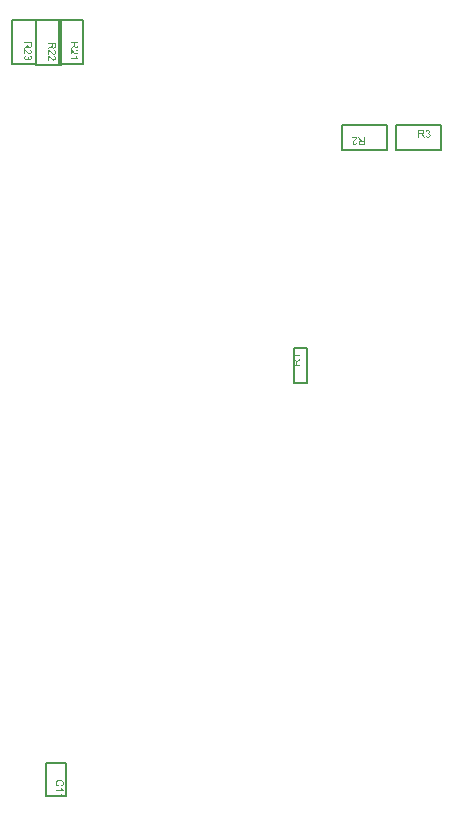
<source format=gbr>
%TF.GenerationSoftware,Altium Limited,Altium Designer,23.6.0 (18)*%
G04 Layer_Color=16711935*
%FSLAX45Y45*%
%MOMM*%
%TF.SameCoordinates,8B2A78E3-6762-467B-82E4-ABAB87B9FA14*%
%TF.FilePolarity,Positive*%
%TF.FileFunction,Other,Top_Assembly*%
%TF.Part,Single*%
G01*
G75*
%TA.AperFunction,NonConductor*%
%ADD70C,0.20000*%
G36*
X6748209Y14475273D02*
X6749411Y14475089D01*
X6750890Y14474809D01*
X6752555Y14474348D01*
X6754219Y14473793D01*
X6755883Y14473055D01*
X6755976D01*
X6756068Y14472961D01*
X6756623Y14472684D01*
X6757455Y14472128D01*
X6758379Y14471481D01*
X6759489Y14470557D01*
X6760598Y14469540D01*
X6761708Y14468338D01*
X6762632Y14466953D01*
X6762725Y14466766D01*
X6763002Y14466304D01*
X6763372Y14465472D01*
X6763834Y14464455D01*
X6764297Y14463252D01*
X6764666Y14461867D01*
X6764944Y14460295D01*
X6765036Y14458723D01*
Y14458537D01*
Y14457983D01*
X6764944Y14457243D01*
X6764759Y14456227D01*
X6764482Y14455025D01*
X6764019Y14453729D01*
X6763465Y14452435D01*
X6762725Y14451141D01*
X6762632Y14450957D01*
X6762355Y14450587D01*
X6761800Y14449940D01*
X6761061Y14449200D01*
X6760136Y14448367D01*
X6759027Y14447443D01*
X6757732Y14446611D01*
X6756160Y14445779D01*
X6756253D01*
X6756438Y14445686D01*
X6756715Y14445593D01*
X6757085Y14445502D01*
X6758102Y14445132D01*
X6759396Y14444577D01*
X6760876Y14443839D01*
X6762355Y14442912D01*
X6763742Y14441711D01*
X6765036Y14440324D01*
X6765129Y14440138D01*
X6765499Y14439584D01*
X6766053Y14438660D01*
X6766608Y14437457D01*
X6767163Y14435979D01*
X6767717Y14434222D01*
X6768087Y14432188D01*
X6768180Y14429968D01*
Y14429877D01*
Y14429599D01*
Y14429137D01*
X6768087Y14428581D01*
X6767995Y14427843D01*
X6767810Y14427011D01*
X6767625Y14426086D01*
X6767440Y14425069D01*
X6766700Y14422850D01*
X6766146Y14421648D01*
X6765591Y14420538D01*
X6764851Y14419337D01*
X6764019Y14418135D01*
X6763095Y14416933D01*
X6761985Y14415823D01*
X6761893Y14415730D01*
X6761708Y14415546D01*
X6761338Y14415269D01*
X6760876Y14414899D01*
X6760321Y14414436D01*
X6759581Y14413974D01*
X6758749Y14413419D01*
X6757732Y14412956D01*
X6756715Y14412402D01*
X6755513Y14411848D01*
X6754311Y14411385D01*
X6752925Y14410922D01*
X6751445Y14410553D01*
X6749873Y14410275D01*
X6748302Y14410091D01*
X6746545Y14409999D01*
X6745713D01*
X6745158Y14410091D01*
X6744419Y14410184D01*
X6743586Y14410275D01*
X6742662Y14410461D01*
X6741645Y14410646D01*
X6739426Y14411201D01*
X6737115Y14412125D01*
X6735913Y14412680D01*
X6734803Y14413327D01*
X6733694Y14414159D01*
X6732584Y14414992D01*
X6732492Y14415083D01*
X6732307Y14415269D01*
X6732029Y14415546D01*
X6731752Y14415916D01*
X6731290Y14416377D01*
X6730828Y14417026D01*
X6730273Y14417673D01*
X6729718Y14418504D01*
X6729163Y14419429D01*
X6728609Y14420354D01*
X6727592Y14422572D01*
X6726759Y14425162D01*
X6726482Y14426547D01*
X6726297Y14428027D01*
X6734156Y14429045D01*
Y14428952D01*
X6734248Y14428767D01*
X6734341Y14428397D01*
X6734433Y14427934D01*
X6734526Y14427380D01*
X6734711Y14426733D01*
X6735173Y14425346D01*
X6735820Y14423682D01*
X6736652Y14422110D01*
X6737577Y14420631D01*
X6738686Y14419337D01*
X6738871Y14419244D01*
X6739241Y14418874D01*
X6739981Y14418411D01*
X6740905Y14417950D01*
X6742015Y14417395D01*
X6743402Y14416933D01*
X6744973Y14416563D01*
X6746638Y14416470D01*
X6747192D01*
X6747562Y14416563D01*
X6748579Y14416655D01*
X6749873Y14416933D01*
X6751353Y14417395D01*
X6752925Y14418042D01*
X6754496Y14418967D01*
X6755976Y14420261D01*
X6756160Y14420445D01*
X6756623Y14421001D01*
X6757177Y14421832D01*
X6757917Y14422942D01*
X6758657Y14424329D01*
X6759212Y14425900D01*
X6759674Y14427750D01*
X6759859Y14429784D01*
Y14429877D01*
Y14430061D01*
Y14430339D01*
X6759766Y14430708D01*
X6759674Y14431726D01*
X6759396Y14432928D01*
X6759027Y14434407D01*
X6758379Y14435886D01*
X6757455Y14437366D01*
X6756253Y14438753D01*
X6756068Y14438937D01*
X6755606Y14439307D01*
X6754866Y14439862D01*
X6753849Y14440509D01*
X6752555Y14441156D01*
X6750983Y14441711D01*
X6749226Y14442081D01*
X6747285Y14442265D01*
X6746453D01*
X6745805Y14442172D01*
X6744973Y14442081D01*
X6744049Y14441896D01*
X6742939Y14441711D01*
X6741737Y14441434D01*
X6742662Y14448367D01*
X6743124D01*
X6743494Y14448276D01*
X6744696D01*
X6745713Y14448460D01*
X6746915Y14448645D01*
X6748302Y14448923D01*
X6749873Y14449385D01*
X6751353Y14450032D01*
X6752925Y14450864D01*
X6753017D01*
X6753109Y14450957D01*
X6753572Y14451326D01*
X6754219Y14451974D01*
X6754959Y14452806D01*
X6755698Y14454008D01*
X6756345Y14455396D01*
X6756808Y14456966D01*
X6756993Y14457890D01*
Y14458908D01*
Y14459000D01*
Y14459093D01*
Y14459647D01*
X6756808Y14460387D01*
X6756623Y14461404D01*
X6756253Y14462514D01*
X6755791Y14463716D01*
X6755051Y14464917D01*
X6754034Y14466026D01*
X6753942Y14466119D01*
X6753479Y14466489D01*
X6752832Y14466953D01*
X6752000Y14467506D01*
X6750890Y14467969D01*
X6749596Y14468431D01*
X6748117Y14468800D01*
X6746453Y14468893D01*
X6745713D01*
X6744881Y14468707D01*
X6743771Y14468523D01*
X6742569Y14468153D01*
X6741368Y14467691D01*
X6740073Y14466953D01*
X6738871Y14466026D01*
X6738779Y14465935D01*
X6738409Y14465472D01*
X6737854Y14464825D01*
X6737207Y14463901D01*
X6736560Y14462698D01*
X6735913Y14461218D01*
X6735358Y14459464D01*
X6734988Y14457430D01*
X6727129Y14458815D01*
Y14458908D01*
X6727222Y14459184D01*
X6727314Y14459555D01*
X6727407Y14460110D01*
X6727592Y14460757D01*
X6727869Y14461497D01*
X6728424Y14463252D01*
X6729348Y14465286D01*
X6730458Y14467320D01*
X6731845Y14469263D01*
X6733601Y14471021D01*
X6733694Y14471112D01*
X6733879Y14471204D01*
X6734156Y14471388D01*
X6734526Y14471667D01*
X6734988Y14472037D01*
X6735635Y14472406D01*
X6736282Y14472775D01*
X6737115Y14473239D01*
X6738964Y14473978D01*
X6741090Y14474718D01*
X6743586Y14475180D01*
X6744881Y14475365D01*
X6747192D01*
X6748209Y14475273D01*
D02*
G37*
G36*
X6695417Y14474995D02*
X6696249D01*
X6698191Y14474902D01*
X6700225Y14474625D01*
X6702444Y14474348D01*
X6704478Y14473886D01*
X6705495Y14473608D01*
X6706327Y14473331D01*
X6706419D01*
X6706512Y14473239D01*
X6707066Y14472961D01*
X6707898Y14472591D01*
X6708915Y14471944D01*
X6710025Y14471112D01*
X6711227Y14470003D01*
X6712336Y14468707D01*
X6713446Y14467229D01*
Y14467136D01*
X6713538Y14467044D01*
X6713908Y14466489D01*
X6714278Y14465565D01*
X6714833Y14464363D01*
X6715295Y14462976D01*
X6715757Y14461311D01*
X6716035Y14459555D01*
X6716127Y14457613D01*
Y14457521D01*
Y14457336D01*
Y14456966D01*
X6716035Y14456503D01*
Y14455856D01*
X6715942Y14455209D01*
X6715572Y14453638D01*
X6715018Y14451788D01*
X6714278Y14449847D01*
X6713168Y14447906D01*
X6712429Y14446980D01*
X6711689Y14446056D01*
X6711597Y14445964D01*
X6711504Y14445872D01*
X6711227Y14445593D01*
X6710857Y14445317D01*
X6710395Y14444946D01*
X6709840Y14444577D01*
X6709100Y14444115D01*
X6708361Y14443559D01*
X6707436Y14443098D01*
X6706419Y14442636D01*
X6705310Y14442081D01*
X6704108Y14441618D01*
X6702721Y14441249D01*
X6701334Y14440787D01*
X6699762Y14440509D01*
X6698098Y14440231D01*
X6698283Y14440138D01*
X6698653Y14439954D01*
X6699208Y14439584D01*
X6699947Y14439215D01*
X6701611Y14438197D01*
X6702444Y14437550D01*
X6703183Y14436996D01*
X6703368Y14436810D01*
X6703830Y14436349D01*
X6704570Y14435609D01*
X6705495Y14434685D01*
X6706512Y14433389D01*
X6707714Y14432002D01*
X6708915Y14430339D01*
X6710210Y14428490D01*
X6721212Y14411108D01*
X6710672D01*
X6702259Y14424422D01*
Y14424513D01*
X6702074Y14424699D01*
X6701889Y14424976D01*
X6701611Y14425346D01*
X6700964Y14426363D01*
X6700132Y14427658D01*
X6699115Y14429045D01*
X6698098Y14430524D01*
X6697081Y14431911D01*
X6696157Y14433205D01*
X6696064Y14433298D01*
X6695787Y14433667D01*
X6695324Y14434222D01*
X6694677Y14434869D01*
X6693290Y14436256D01*
X6692551Y14436903D01*
X6691811Y14437457D01*
X6691719Y14437550D01*
X6691534Y14437643D01*
X6691164Y14437828D01*
X6690609Y14438104D01*
X6690054Y14438383D01*
X6689407Y14438660D01*
X6687928Y14439122D01*
X6687835D01*
X6687651Y14439215D01*
X6687281D01*
X6686818Y14439307D01*
X6686171Y14439400D01*
X6685432D01*
X6684415Y14439491D01*
X6673505D01*
Y14411108D01*
X6664999D01*
Y14475089D01*
X6694677D01*
X6695417Y14474995D01*
D02*
G37*
G36*
X6210001Y14348521D02*
X6180322D01*
X6179583Y14348615D01*
X6178751D01*
X6176809Y14348708D01*
X6174775Y14348984D01*
X6172556Y14349261D01*
X6170522Y14349724D01*
X6169505Y14350002D01*
X6168673Y14350278D01*
X6168580D01*
X6168488Y14350371D01*
X6167933Y14350648D01*
X6167101Y14351018D01*
X6166084Y14351665D01*
X6164975Y14352496D01*
X6163773Y14353607D01*
X6162663Y14354901D01*
X6161554Y14356380D01*
Y14356473D01*
X6161461Y14356564D01*
X6161092Y14357120D01*
X6160722Y14358044D01*
X6160167Y14359247D01*
X6159705Y14360632D01*
X6159242Y14362299D01*
X6158965Y14364053D01*
X6158873Y14365996D01*
Y14366087D01*
Y14366273D01*
Y14366643D01*
X6158965Y14367105D01*
Y14367754D01*
X6159058Y14368401D01*
X6159427Y14369972D01*
X6159982Y14371822D01*
X6160722Y14373763D01*
X6161831Y14375703D01*
X6162571Y14376628D01*
X6163311Y14377553D01*
X6163403Y14377644D01*
X6163495Y14377737D01*
X6163773Y14378015D01*
X6164143Y14378293D01*
X6164605Y14378662D01*
X6165160Y14379031D01*
X6165899Y14379494D01*
X6166639Y14380049D01*
X6167563Y14380511D01*
X6168580Y14380974D01*
X6169690Y14381529D01*
X6170892Y14381992D01*
X6172279Y14382361D01*
X6173666Y14382823D01*
X6175237Y14383099D01*
X6176902Y14383379D01*
X6176717Y14383470D01*
X6176347Y14383655D01*
X6175792Y14384026D01*
X6175052Y14384395D01*
X6173388Y14385413D01*
X6172556Y14386060D01*
X6171816Y14386613D01*
X6171632Y14386800D01*
X6171169Y14387260D01*
X6170430Y14388000D01*
X6169505Y14388925D01*
X6168488Y14390219D01*
X6167286Y14391606D01*
X6166084Y14393269D01*
X6164790Y14395120D01*
X6153788Y14412502D01*
X6164328D01*
X6172741Y14399188D01*
Y14399095D01*
X6172926Y14398911D01*
X6173111Y14398633D01*
X6173388Y14398264D01*
X6174035Y14397246D01*
X6174868Y14395952D01*
X6175885Y14394565D01*
X6176902Y14393086D01*
X6177919Y14391699D01*
X6178843Y14390404D01*
X6178936Y14390312D01*
X6179213Y14389941D01*
X6179675Y14389388D01*
X6180322Y14388741D01*
X6181709Y14387354D01*
X6182449Y14386707D01*
X6183189Y14386151D01*
X6183281Y14386060D01*
X6183466Y14385966D01*
X6183836Y14385780D01*
X6184390Y14385504D01*
X6184945Y14385226D01*
X6185592Y14384949D01*
X6187072Y14384486D01*
X6187164D01*
X6187349Y14384395D01*
X6187719D01*
X6188181Y14384302D01*
X6188828Y14384210D01*
X6189568D01*
X6190585Y14384117D01*
X6201495D01*
Y14412502D01*
X6210001D01*
Y14348521D01*
D02*
G37*
G36*
X6149904Y14412408D02*
Y14412039D01*
Y14411484D01*
X6149812Y14410745D01*
X6149719Y14409914D01*
X6149535Y14408987D01*
X6149350Y14408063D01*
X6148980Y14407047D01*
Y14406953D01*
X6148887Y14406860D01*
X6148702Y14406306D01*
X6148333Y14405475D01*
X6147778Y14404366D01*
X6147038Y14403072D01*
X6146114Y14401591D01*
X6145097Y14400111D01*
X6143802Y14398540D01*
Y14398448D01*
X6143617Y14398357D01*
X6143155Y14397801D01*
X6142323Y14396970D01*
X6141121Y14395767D01*
X6139734Y14394380D01*
X6137978Y14392715D01*
X6135851Y14390868D01*
X6133540Y14388925D01*
X6133447Y14388834D01*
X6133077Y14388554D01*
X6132523Y14388094D01*
X6131875Y14387538D01*
X6131043Y14386800D01*
X6130026Y14385966D01*
X6129009Y14385042D01*
X6127807Y14384026D01*
X6125496Y14381805D01*
X6123185Y14379587D01*
X6122075Y14378477D01*
X6121058Y14377368D01*
X6120134Y14376350D01*
X6119394Y14375334D01*
Y14375243D01*
X6119209Y14375150D01*
X6119024Y14374872D01*
X6118839Y14374503D01*
X6118192Y14373485D01*
X6117452Y14372282D01*
X6116805Y14370804D01*
X6116158Y14369232D01*
X6115788Y14367474D01*
X6115603Y14365811D01*
Y14365720D01*
Y14365627D01*
X6115696Y14365071D01*
X6115788Y14364146D01*
X6116065Y14363130D01*
X6116435Y14361835D01*
X6117083Y14360541D01*
X6117915Y14359247D01*
X6119024Y14357951D01*
X6119209Y14357767D01*
X6119671Y14357397D01*
X6120318Y14356935D01*
X6121335Y14356288D01*
X6122630Y14355733D01*
X6124109Y14355179D01*
X6125866Y14354810D01*
X6127807Y14354716D01*
X6128362D01*
X6128732Y14354810D01*
X6129841Y14354901D01*
X6131136Y14355179D01*
X6132523Y14355548D01*
X6134094Y14356197D01*
X6135574Y14357028D01*
X6136961Y14358138D01*
X6137145Y14358322D01*
X6137515Y14358784D01*
X6138070Y14359525D01*
X6138625Y14360632D01*
X6139272Y14361928D01*
X6139827Y14363593D01*
X6140197Y14365440D01*
X6140381Y14367567D01*
X6148425Y14366736D01*
Y14366643D01*
X6148333Y14366367D01*
Y14365903D01*
X6148240Y14365256D01*
X6148055Y14364517D01*
X6147870Y14363686D01*
X6147593Y14362666D01*
X6147316Y14361650D01*
X6146576Y14359431D01*
X6145467Y14357213D01*
X6144819Y14356104D01*
X6143987Y14354994D01*
X6143155Y14353976D01*
X6142231Y14353052D01*
X6142138Y14352960D01*
X6141953Y14352867D01*
X6141676Y14352589D01*
X6141214Y14352312D01*
X6140659Y14351942D01*
X6140012Y14351573D01*
X6139272Y14351109D01*
X6138347Y14350648D01*
X6137330Y14350186D01*
X6136221Y14349724D01*
X6135019Y14349355D01*
X6133725Y14348984D01*
X6132338Y14348708D01*
X6130858Y14348428D01*
X6129287Y14348337D01*
X6127622Y14348244D01*
X6126698D01*
X6126051Y14348337D01*
X6125311Y14348428D01*
X6124387Y14348521D01*
X6123370Y14348708D01*
X6122353Y14348892D01*
X6119949Y14349539D01*
X6117545Y14350462D01*
X6116343Y14351018D01*
X6115141Y14351665D01*
X6114031Y14352496D01*
X6113014Y14353423D01*
X6112922Y14353514D01*
X6112737Y14353607D01*
X6112552Y14353976D01*
X6112182Y14354346D01*
X6111720Y14354810D01*
X6111258Y14355457D01*
X6110795Y14356104D01*
X6110241Y14356935D01*
X6109316Y14358691D01*
X6108392Y14360912D01*
X6108022Y14362019D01*
X6107837Y14363315D01*
X6107652Y14364609D01*
X6107560Y14365996D01*
Y14366180D01*
Y14366643D01*
X6107652Y14367383D01*
X6107744Y14368401D01*
X6107929Y14369508D01*
X6108299Y14370804D01*
X6108669Y14372189D01*
X6109224Y14373576D01*
X6109316Y14373763D01*
X6109501Y14374223D01*
X6109871Y14374963D01*
X6110426Y14375981D01*
X6111165Y14377090D01*
X6112090Y14378477D01*
X6113199Y14379865D01*
X6114494Y14381436D01*
X6114679Y14381621D01*
X6115141Y14382176D01*
X6115603Y14382639D01*
X6116065Y14383099D01*
X6116620Y14383655D01*
X6117360Y14384395D01*
X6118100Y14385133D01*
X6119024Y14385966D01*
X6119949Y14386891D01*
X6121058Y14387907D01*
X6122260Y14388925D01*
X6123554Y14390128D01*
X6125034Y14391328D01*
X6126513Y14392622D01*
X6126605Y14392715D01*
X6126790Y14392902D01*
X6127160Y14393178D01*
X6127622Y14393549D01*
X6128177Y14394102D01*
X6128824Y14394656D01*
X6130304Y14395859D01*
X6131875Y14397246D01*
X6133355Y14398633D01*
X6134649Y14399835D01*
X6135204Y14400298D01*
X6135666Y14400758D01*
X6135759Y14400851D01*
X6136036Y14401129D01*
X6136406Y14401498D01*
X6136868Y14402054D01*
X6137330Y14402701D01*
X6137885Y14403348D01*
X6138995Y14404919D01*
X6107467D01*
Y14412502D01*
X6149904D01*
Y14412408D01*
D02*
G37*
G36*
X3786478Y15187823D02*
X3786386Y15187083D01*
Y15186250D01*
X3786293Y15184309D01*
X3786016Y15182275D01*
X3785738Y15180057D01*
X3785276Y15178021D01*
X3784999Y15177005D01*
X3784721Y15176173D01*
Y15176080D01*
X3784629Y15175987D01*
X3784352Y15175433D01*
X3783982Y15174602D01*
X3783335Y15173584D01*
X3782502Y15172475D01*
X3781393Y15171272D01*
X3780099Y15170163D01*
X3778619Y15169054D01*
X3778527D01*
X3778434Y15168962D01*
X3777880Y15168591D01*
X3776955Y15168222D01*
X3775753Y15167667D01*
X3774366Y15167204D01*
X3772702Y15166743D01*
X3770945Y15166466D01*
X3769004Y15166373D01*
X3768911D01*
X3768727D01*
X3768357D01*
X3767894Y15166466D01*
X3767247D01*
X3766600Y15166557D01*
X3765028Y15166928D01*
X3763179Y15167482D01*
X3761238Y15168222D01*
X3759296Y15169331D01*
X3758371Y15170071D01*
X3757447Y15170811D01*
X3757354Y15170903D01*
X3757262Y15170996D01*
X3756985Y15171272D01*
X3756707Y15171643D01*
X3756337Y15172105D01*
X3755968Y15172659D01*
X3755505Y15173399D01*
X3754951Y15174139D01*
X3754488Y15175064D01*
X3754026Y15176080D01*
X3753471Y15177190D01*
X3753009Y15178392D01*
X3752639Y15179779D01*
X3752177Y15181166D01*
X3751900Y15182738D01*
X3751622Y15184402D01*
X3751530Y15184216D01*
X3751345Y15183847D01*
X3750975Y15183292D01*
X3750605Y15182553D01*
X3749588Y15180888D01*
X3748941Y15180057D01*
X3748386Y15179317D01*
X3748201Y15179132D01*
X3747739Y15178670D01*
X3746999Y15177930D01*
X3746075Y15177005D01*
X3744780Y15175987D01*
X3743394Y15174786D01*
X3741729Y15173584D01*
X3739880Y15172290D01*
X3722499Y15161288D01*
Y15171828D01*
X3735812Y15180241D01*
X3735905D01*
X3736090Y15180426D01*
X3736367Y15180611D01*
X3736737Y15180888D01*
X3737754Y15181535D01*
X3739048Y15182368D01*
X3740435Y15183385D01*
X3741914Y15184402D01*
X3743301Y15185419D01*
X3744596Y15186343D01*
X3744688Y15186436D01*
X3745058Y15186713D01*
X3745613Y15187175D01*
X3746260Y15187823D01*
X3747647Y15189209D01*
X3748294Y15189949D01*
X3748848Y15190689D01*
X3748941Y15190781D01*
X3749033Y15190965D01*
X3749218Y15191336D01*
X3749496Y15191891D01*
X3749773Y15192445D01*
X3750050Y15193092D01*
X3750513Y15194572D01*
Y15194664D01*
X3750605Y15194849D01*
Y15195219D01*
X3750698Y15195682D01*
X3750790Y15196329D01*
Y15197067D01*
X3750883Y15198085D01*
Y15208995D01*
X3722499D01*
Y15217500D01*
X3786478D01*
Y15187823D01*
D02*
G37*
G36*
X3724255Y15157312D02*
X3725087Y15157220D01*
X3726012Y15157034D01*
X3726936Y15156850D01*
X3727953Y15156480D01*
X3728046D01*
X3728138Y15156387D01*
X3728693Y15156203D01*
X3729525Y15155833D01*
X3730635Y15155278D01*
X3731929Y15154538D01*
X3733408Y15153613D01*
X3734888Y15152597D01*
X3736459Y15151302D01*
X3736552D01*
X3736644Y15151118D01*
X3737199Y15150655D01*
X3738031Y15149823D01*
X3739233Y15148621D01*
X3740620Y15147234D01*
X3742284Y15145477D01*
X3744133Y15143352D01*
X3746075Y15141040D01*
X3746167Y15140947D01*
X3746445Y15140578D01*
X3746907Y15140022D01*
X3747462Y15139375D01*
X3748201Y15138544D01*
X3749033Y15137526D01*
X3749958Y15136510D01*
X3750975Y15135307D01*
X3753194Y15132996D01*
X3755413Y15130685D01*
X3756522Y15129575D01*
X3757632Y15128558D01*
X3758649Y15127634D01*
X3759666Y15126894D01*
X3759758D01*
X3759851Y15126709D01*
X3760128Y15126524D01*
X3760498Y15126340D01*
X3761515Y15125693D01*
X3762717Y15124953D01*
X3764196Y15124306D01*
X3765768Y15123659D01*
X3767525Y15123288D01*
X3769189Y15123103D01*
X3769281D01*
X3769374D01*
X3769928Y15123196D01*
X3770853Y15123288D01*
X3771870Y15123566D01*
X3773164Y15123935D01*
X3774459Y15124583D01*
X3775753Y15125415D01*
X3777048Y15126524D01*
X3777232Y15126709D01*
X3777602Y15127171D01*
X3778065Y15127818D01*
X3778712Y15128836D01*
X3779267Y15130130D01*
X3779821Y15131609D01*
X3780191Y15133366D01*
X3780284Y15135307D01*
Y15135863D01*
X3780191Y15136232D01*
X3780099Y15137341D01*
X3779821Y15138635D01*
X3779451Y15140022D01*
X3778804Y15141595D01*
X3777972Y15143074D01*
X3776863Y15144461D01*
X3776678Y15144646D01*
X3776215Y15145015D01*
X3775476Y15145570D01*
X3774366Y15146124D01*
X3773072Y15146771D01*
X3771408Y15147327D01*
X3769559Y15147697D01*
X3767432Y15147882D01*
X3768264Y15155925D01*
X3768357D01*
X3768634Y15155833D01*
X3769096D01*
X3769744Y15155740D01*
X3770483Y15155556D01*
X3771315Y15155371D01*
X3772332Y15155093D01*
X3773349Y15154816D01*
X3775568Y15154076D01*
X3777787Y15152966D01*
X3778897Y15152319D01*
X3780006Y15151488D01*
X3781023Y15150655D01*
X3781948Y15149731D01*
X3782040Y15149638D01*
X3782133Y15149454D01*
X3782410Y15149176D01*
X3782687Y15148714D01*
X3783057Y15148158D01*
X3783427Y15147511D01*
X3783889Y15146771D01*
X3784352Y15145848D01*
X3784814Y15144830D01*
X3785276Y15143721D01*
X3785646Y15142519D01*
X3786016Y15141225D01*
X3786293Y15139838D01*
X3786571Y15138359D01*
X3786663Y15136787D01*
X3786755Y15135123D01*
Y15134198D01*
X3786663Y15133551D01*
X3786571Y15132811D01*
X3786478Y15131886D01*
X3786293Y15130870D01*
X3786108Y15129852D01*
X3785461Y15127449D01*
X3784536Y15125044D01*
X3783982Y15123843D01*
X3783335Y15122641D01*
X3782502Y15121532D01*
X3781578Y15120515D01*
X3781485Y15120422D01*
X3781393Y15120238D01*
X3781023Y15120052D01*
X3780653Y15119682D01*
X3780191Y15119220D01*
X3779544Y15118758D01*
X3778897Y15118295D01*
X3778065Y15117741D01*
X3776308Y15116817D01*
X3774089Y15115892D01*
X3772980Y15115521D01*
X3771685Y15115337D01*
X3770391Y15115152D01*
X3769004Y15115060D01*
X3768819D01*
X3768357D01*
X3767617Y15115152D01*
X3766600Y15115245D01*
X3765491Y15115430D01*
X3764196Y15115799D01*
X3762809Y15116170D01*
X3761422Y15116724D01*
X3761238Y15116817D01*
X3760775Y15117001D01*
X3760036Y15117371D01*
X3759019Y15117926D01*
X3757909Y15118665D01*
X3756522Y15119591D01*
X3755135Y15120700D01*
X3753564Y15121994D01*
X3753379Y15122179D01*
X3752824Y15122641D01*
X3752362Y15123103D01*
X3751900Y15123566D01*
X3751345Y15124120D01*
X3750605Y15124860D01*
X3749865Y15125600D01*
X3749033Y15126524D01*
X3748109Y15127449D01*
X3747092Y15128558D01*
X3746075Y15129761D01*
X3744873Y15131055D01*
X3743671Y15132533D01*
X3742377Y15134013D01*
X3742284Y15134106D01*
X3742099Y15134291D01*
X3741822Y15134660D01*
X3741452Y15135123D01*
X3740897Y15135677D01*
X3740343Y15136325D01*
X3739141Y15137804D01*
X3737754Y15139375D01*
X3736367Y15140855D01*
X3735165Y15142149D01*
X3734703Y15142703D01*
X3734240Y15143166D01*
X3734148Y15143259D01*
X3733871Y15143536D01*
X3733501Y15143906D01*
X3732946Y15144368D01*
X3732299Y15144830D01*
X3731652Y15145386D01*
X3730080Y15146495D01*
Y15114967D01*
X3722499D01*
Y15157405D01*
X3722591D01*
X3722961D01*
X3723516D01*
X3724255Y15157312D01*
D02*
G37*
G36*
X3770668Y15100452D02*
X3770853Y15100267D01*
X3770945Y15099896D01*
X3771223Y15099435D01*
X3771500Y15098880D01*
X3771870Y15098233D01*
X3772795Y15096661D01*
X3773812Y15094812D01*
X3775106Y15092963D01*
X3776585Y15091022D01*
X3778157Y15089079D01*
X3778249Y15088988D01*
X3778342Y15088895D01*
X3778619Y15088617D01*
X3778897Y15088248D01*
X3779821Y15087415D01*
X3780931Y15086307D01*
X3782225Y15085196D01*
X3783704Y15083994D01*
X3785184Y15082977D01*
X3786755Y15082053D01*
Y15076968D01*
X3722499D01*
Y15084827D01*
X3772517D01*
X3772425Y15084920D01*
X3772055Y15085381D01*
X3771500Y15085936D01*
X3770853Y15086861D01*
X3770021Y15087878D01*
X3769096Y15089172D01*
X3768079Y15090651D01*
X3767062Y15092316D01*
Y15092409D01*
X3766970Y15092500D01*
X3766600Y15093056D01*
X3766138Y15093980D01*
X3765583Y15095090D01*
X3764936Y15096384D01*
X3764289Y15097771D01*
X3763641Y15099158D01*
X3763087Y15100545D01*
X3770668D01*
Y15100452D01*
D02*
G37*
G36*
X5665301Y12562432D02*
X5615282D01*
X5615375Y12562339D01*
X5615745Y12561877D01*
X5616299Y12561322D01*
X5616947Y12560398D01*
X5617779Y12559381D01*
X5618703Y12558086D01*
X5619720Y12556607D01*
X5620737Y12554943D01*
Y12554850D01*
X5620830Y12554758D01*
X5621200Y12554203D01*
X5621662Y12553278D01*
X5622217Y12552169D01*
X5622864Y12550875D01*
X5623511Y12549488D01*
X5624158Y12548101D01*
X5624713Y12546714D01*
X5617132D01*
Y12546807D01*
X5616947Y12546991D01*
X5616854Y12547361D01*
X5616577Y12547824D01*
X5616299Y12548378D01*
X5615930Y12549025D01*
X5615005Y12550597D01*
X5613988Y12552446D01*
X5612694Y12554295D01*
X5611214Y12556237D01*
X5609643Y12558179D01*
X5609550Y12558271D01*
X5609458Y12558364D01*
X5609180Y12558641D01*
X5608903Y12559011D01*
X5607978Y12559843D01*
X5606869Y12560952D01*
X5605575Y12562062D01*
X5604095Y12563264D01*
X5602616Y12564281D01*
X5601044Y12565205D01*
Y12570290D01*
X5665301D01*
Y12562432D01*
D02*
G37*
G36*
Y12525172D02*
X5651987Y12516758D01*
X5651895D01*
X5651710Y12516573D01*
X5651433Y12516388D01*
X5651063Y12516111D01*
X5650046Y12515464D01*
X5648751Y12514632D01*
X5647365Y12513615D01*
X5645885Y12512598D01*
X5644498Y12511581D01*
X5643204Y12510656D01*
X5643112Y12510564D01*
X5642742Y12510286D01*
X5642187Y12509824D01*
X5641540Y12509177D01*
X5640153Y12507790D01*
X5639506Y12507050D01*
X5638951Y12506311D01*
X5638859Y12506218D01*
X5638766Y12506033D01*
X5638581Y12505664D01*
X5638304Y12505109D01*
X5638027Y12504554D01*
X5637749Y12503907D01*
X5637287Y12502428D01*
Y12502335D01*
X5637194Y12502150D01*
Y12501780D01*
X5637102Y12501318D01*
X5637010Y12500671D01*
Y12499931D01*
X5636917Y12498914D01*
Y12488004D01*
X5665301D01*
Y12479499D01*
X5601322D01*
Y12509177D01*
X5601414Y12509917D01*
Y12510749D01*
X5601506Y12512690D01*
X5601784Y12514724D01*
X5602061Y12516943D01*
X5602523Y12518977D01*
X5602801Y12519994D01*
X5603078Y12520826D01*
Y12520919D01*
X5603171Y12521011D01*
X5603448Y12521566D01*
X5603818Y12522398D01*
X5604465Y12523415D01*
X5605297Y12524525D01*
X5606407Y12525727D01*
X5607701Y12526836D01*
X5609180Y12527945D01*
X5609273D01*
X5609365Y12528038D01*
X5609920Y12528408D01*
X5610845Y12528778D01*
X5612046Y12529332D01*
X5613433Y12529795D01*
X5615097Y12530257D01*
X5616854Y12530534D01*
X5618796Y12530627D01*
X5618888D01*
X5619073D01*
X5619443D01*
X5619905Y12530534D01*
X5620552D01*
X5621200Y12530442D01*
X5622771Y12530072D01*
X5624620Y12529517D01*
X5626562Y12528778D01*
X5628504Y12527668D01*
X5629428Y12526928D01*
X5630353Y12526189D01*
X5630445Y12526096D01*
X5630538Y12526004D01*
X5630815Y12525727D01*
X5631092Y12525357D01*
X5631462Y12524894D01*
X5631832Y12524340D01*
X5632294Y12523600D01*
X5632849Y12522860D01*
X5633311Y12521936D01*
X5633774Y12520919D01*
X5634328Y12519809D01*
X5634791Y12518607D01*
X5635160Y12517221D01*
X5635623Y12515834D01*
X5635900Y12514262D01*
X5636177Y12512598D01*
X5636270Y12512783D01*
X5636455Y12513153D01*
X5636825Y12513707D01*
X5637194Y12514447D01*
X5638211Y12516111D01*
X5638859Y12516943D01*
X5639413Y12517683D01*
X5639598Y12517868D01*
X5640061Y12518330D01*
X5640800Y12519070D01*
X5641725Y12519994D01*
X5643019Y12521011D01*
X5644406Y12522213D01*
X5646070Y12523415D01*
X5647919Y12524710D01*
X5665301Y12535712D01*
Y12525172D01*
D02*
G37*
G36*
X3631063Y8972819D02*
X3631988D01*
X3632912Y8972727D01*
X3634114Y8972634D01*
X3635316Y8972449D01*
X3637997Y8971987D01*
X3640956Y8971340D01*
X3643914Y8970415D01*
X3646781Y8969121D01*
X3646873Y8969029D01*
X3647150Y8968936D01*
X3647520Y8968751D01*
X3647983Y8968381D01*
X3648630Y8968012D01*
X3649369Y8967549D01*
X3651034Y8966347D01*
X3652883Y8964776D01*
X3654732Y8962926D01*
X3656581Y8960800D01*
X3658153Y8958304D01*
X3658245Y8958211D01*
X3658338Y8957934D01*
X3658523Y8957564D01*
X3658800Y8957102D01*
X3659077Y8956362D01*
X3659355Y8955622D01*
X3659724Y8954698D01*
X3660094Y8953681D01*
X3660464Y8952571D01*
X3660834Y8951369D01*
X3661389Y8948781D01*
X3661851Y8945822D01*
X3662036Y8942771D01*
Y8941846D01*
X3661943Y8941199D01*
X3661851Y8940367D01*
X3661758Y8939350D01*
X3661666Y8938333D01*
X3661389Y8937131D01*
X3660834Y8934635D01*
X3660002Y8931861D01*
X3659447Y8930474D01*
X3658800Y8929180D01*
X3657968Y8927886D01*
X3657136Y8926591D01*
X3657043Y8926499D01*
X3656951Y8926314D01*
X3656673Y8925944D01*
X3656211Y8925482D01*
X3655749Y8925019D01*
X3655102Y8924372D01*
X3654362Y8923725D01*
X3653622Y8922985D01*
X3652698Y8922246D01*
X3651588Y8921506D01*
X3650479Y8920674D01*
X3649277Y8919934D01*
X3647890Y8919287D01*
X3646503Y8918548D01*
X3645024Y8917993D01*
X3643360Y8917438D01*
X3641418Y8925759D01*
X3641511D01*
X3641696Y8925852D01*
X3642065Y8926037D01*
X3642528Y8926221D01*
X3643082Y8926406D01*
X3643822Y8926684D01*
X3645301Y8927423D01*
X3646966Y8928348D01*
X3648630Y8929457D01*
X3650201Y8930844D01*
X3651588Y8932324D01*
X3651773Y8932508D01*
X3652143Y8933063D01*
X3652605Y8933988D01*
X3653253Y8935190D01*
X3653807Y8936761D01*
X3654362Y8938518D01*
X3654732Y8940645D01*
X3654824Y8942956D01*
Y8943696D01*
X3654732Y8944158D01*
Y8944805D01*
X3654639Y8945545D01*
X3654362Y8947301D01*
X3653992Y8949243D01*
X3653345Y8951277D01*
X3652420Y8953403D01*
X3651219Y8955345D01*
Y8955438D01*
X3651034Y8955530D01*
X3650571Y8956177D01*
X3649832Y8957009D01*
X3648722Y8958026D01*
X3647335Y8959228D01*
X3645764Y8960338D01*
X3643822Y8961355D01*
X3641696Y8962279D01*
X3641603D01*
X3641418Y8962372D01*
X3641141Y8962464D01*
X3640679Y8962557D01*
X3640124Y8962742D01*
X3639477Y8962926D01*
X3637905Y8963204D01*
X3636056Y8963574D01*
X3634022Y8963943D01*
X3631803Y8964128D01*
X3629399Y8964221D01*
X3629306D01*
X3629029D01*
X3628567D01*
X3628012D01*
X3627365Y8964128D01*
X3626533D01*
X3625608Y8964036D01*
X3624591Y8963943D01*
X3622372Y8963666D01*
X3619968Y8963204D01*
X3617565Y8962649D01*
X3615161Y8961909D01*
X3615068D01*
X3614883Y8961817D01*
X3614606Y8961632D01*
X3614144Y8961447D01*
X3613034Y8960892D01*
X3611740Y8960060D01*
X3610260Y8959043D01*
X3608689Y8957749D01*
X3607302Y8956270D01*
X3606008Y8954513D01*
Y8954420D01*
X3605915Y8954236D01*
X3605730Y8953958D01*
X3605545Y8953588D01*
X3605360Y8953126D01*
X3605083Y8952571D01*
X3604528Y8951277D01*
X3603973Y8949613D01*
X3603511Y8947764D01*
X3603141Y8945730D01*
X3603049Y8943603D01*
Y8942956D01*
X3603141Y8942401D01*
Y8941754D01*
X3603234Y8941107D01*
X3603604Y8939443D01*
X3604066Y8937501D01*
X3604806Y8935559D01*
X3605823Y8933525D01*
X3606377Y8932508D01*
X3607117Y8931584D01*
X3607209Y8931491D01*
X3607302Y8931399D01*
X3607579Y8931122D01*
X3607857Y8930752D01*
X3608319Y8930382D01*
X3608874Y8929920D01*
X3609428Y8929365D01*
X3610168Y8928903D01*
X3611000Y8928348D01*
X3611925Y8927701D01*
X3612849Y8927146D01*
X3613959Y8926591D01*
X3615161Y8926129D01*
X3616455Y8925667D01*
X3617842Y8925204D01*
X3619321Y8924835D01*
X3617195Y8916329D01*
X3617102D01*
X3616732Y8916421D01*
X3616178Y8916606D01*
X3615438Y8916883D01*
X3614606Y8917161D01*
X3613589Y8917531D01*
X3612479Y8917993D01*
X3611278Y8918548D01*
X3608689Y8919842D01*
X3606100Y8921506D01*
X3604806Y8922523D01*
X3603511Y8923540D01*
X3602402Y8924650D01*
X3601292Y8925944D01*
X3601200Y8926037D01*
X3601015Y8926221D01*
X3600830Y8926684D01*
X3600460Y8927146D01*
X3599998Y8927886D01*
X3599536Y8928625D01*
X3599073Y8929642D01*
X3598611Y8930659D01*
X3598056Y8931861D01*
X3597594Y8933156D01*
X3597132Y8934542D01*
X3596669Y8936022D01*
X3596300Y8937594D01*
X3596115Y8939258D01*
X3595930Y8941014D01*
X3595837Y8942863D01*
Y8943881D01*
X3595930Y8944620D01*
Y8945452D01*
X3596022Y8946469D01*
X3596207Y8947579D01*
X3596392Y8948873D01*
X3596854Y8951554D01*
X3597594Y8954328D01*
X3598611Y8957102D01*
X3599258Y8958396D01*
X3599998Y8959690D01*
X3600090Y8959783D01*
X3600183Y8959968D01*
X3600460Y8960338D01*
X3600830Y8960708D01*
X3601200Y8961262D01*
X3601755Y8961909D01*
X3602402Y8962649D01*
X3603141Y8963389D01*
X3603973Y8964128D01*
X3604806Y8964960D01*
X3606932Y8966625D01*
X3609428Y8968196D01*
X3612202Y8969583D01*
X3612295D01*
X3612572Y8969768D01*
X3613034Y8969861D01*
X3613589Y8970138D01*
X3614329Y8970323D01*
X3615253Y8970600D01*
X3616270Y8970970D01*
X3617380Y8971247D01*
X3618582Y8971525D01*
X3619968Y8971895D01*
X3622835Y8972357D01*
X3626070Y8972727D01*
X3629399Y8972912D01*
X3629491D01*
X3629861D01*
X3630416D01*
X3631063Y8972819D01*
D02*
G37*
G36*
X3645116Y8903015D02*
X3645301Y8902830D01*
X3645394Y8902460D01*
X3645671Y8901998D01*
X3645949Y8901443D01*
X3646318Y8900796D01*
X3647243Y8899224D01*
X3648260Y8897375D01*
X3649554Y8895526D01*
X3651034Y8893584D01*
X3652605Y8891643D01*
X3652698Y8891550D01*
X3652790Y8891458D01*
X3653068Y8891181D01*
X3653345Y8890811D01*
X3654270Y8889979D01*
X3655379Y8888869D01*
X3656673Y8887760D01*
X3658153Y8886558D01*
X3659632Y8885541D01*
X3661204Y8884616D01*
Y8879531D01*
X3596947D01*
Y8887390D01*
X3646966D01*
X3646873Y8887482D01*
X3646503Y8887945D01*
X3645949Y8888499D01*
X3645301Y8889424D01*
X3644469Y8890441D01*
X3643545Y8891735D01*
X3642528Y8893215D01*
X3641511Y8894879D01*
Y8894971D01*
X3641418Y8895064D01*
X3641048Y8895618D01*
X3640586Y8896543D01*
X3640031Y8897653D01*
X3639384Y8898947D01*
X3638737Y8900334D01*
X3638090Y8901721D01*
X3637535Y8903107D01*
X3645116D01*
Y8903015D01*
D02*
G37*
G36*
Y8853274D02*
X3645301Y8853089D01*
X3645394Y8852719D01*
X3645671Y8852257D01*
X3645949Y8851702D01*
X3646318Y8851055D01*
X3647243Y8849483D01*
X3648260Y8847634D01*
X3649554Y8845785D01*
X3651034Y8843843D01*
X3652605Y8841902D01*
X3652698Y8841809D01*
X3652790Y8841717D01*
X3653068Y8841439D01*
X3653345Y8841069D01*
X3654270Y8840237D01*
X3655379Y8839128D01*
X3656673Y8838018D01*
X3658153Y8836816D01*
X3659632Y8835799D01*
X3661204Y8834875D01*
Y8829790D01*
X3596947D01*
Y8837649D01*
X3646966D01*
X3646873Y8837741D01*
X3646503Y8838203D01*
X3645949Y8838758D01*
X3645301Y8839683D01*
X3644469Y8840700D01*
X3643545Y8841994D01*
X3642528Y8843473D01*
X3641511Y8845138D01*
Y8845230D01*
X3641418Y8845322D01*
X3641048Y8845877D01*
X3640586Y8846802D01*
X3640031Y8847911D01*
X3639384Y8849206D01*
X3638737Y8850592D01*
X3638090Y8851979D01*
X3637535Y8853366D01*
X3645116D01*
Y8853274D01*
D02*
G37*
G36*
X3392588Y15187823D02*
X3392495Y15187083D01*
Y15186250D01*
X3392403Y15184309D01*
X3392125Y15182275D01*
X3391848Y15180057D01*
X3391386Y15178021D01*
X3391108Y15177005D01*
X3390831Y15176173D01*
Y15176080D01*
X3390738Y15175987D01*
X3390461Y15175433D01*
X3390091Y15174602D01*
X3389444Y15173584D01*
X3388612Y15172475D01*
X3387502Y15171272D01*
X3386208Y15170163D01*
X3384729Y15169054D01*
X3384636D01*
X3384544Y15168962D01*
X3383989Y15168591D01*
X3383065Y15168222D01*
X3381863Y15167667D01*
X3380476Y15167204D01*
X3378812Y15166743D01*
X3377055Y15166466D01*
X3375113Y15166373D01*
X3375021D01*
X3374836D01*
X3374466D01*
X3374004Y15166466D01*
X3373357D01*
X3372710Y15166557D01*
X3371138Y15166928D01*
X3369289Y15167482D01*
X3367347Y15168222D01*
X3365406Y15169331D01*
X3364481Y15170071D01*
X3363556Y15170811D01*
X3363464Y15170903D01*
X3363371Y15170996D01*
X3363094Y15171272D01*
X3362817Y15171643D01*
X3362447Y15172105D01*
X3362077Y15172659D01*
X3361615Y15173399D01*
X3361060Y15174139D01*
X3360598Y15175064D01*
X3360136Y15176080D01*
X3359581Y15177190D01*
X3359119Y15178392D01*
X3358749Y15179779D01*
X3358286Y15181166D01*
X3358009Y15182738D01*
X3357732Y15184402D01*
X3357639Y15184216D01*
X3357454Y15183847D01*
X3357084Y15183292D01*
X3356715Y15182553D01*
X3355698Y15180888D01*
X3355050Y15180057D01*
X3354496Y15179317D01*
X3354311Y15179132D01*
X3353849Y15178670D01*
X3353109Y15177930D01*
X3352184Y15177005D01*
X3350890Y15175987D01*
X3349503Y15174786D01*
X3347839Y15173584D01*
X3345990Y15172290D01*
X3328608Y15161288D01*
Y15171828D01*
X3341922Y15180241D01*
X3342014D01*
X3342199Y15180426D01*
X3342476Y15180611D01*
X3342846Y15180888D01*
X3343863Y15181535D01*
X3345158Y15182368D01*
X3346544Y15183385D01*
X3348024Y15184402D01*
X3349411Y15185419D01*
X3350705Y15186343D01*
X3350797Y15186436D01*
X3351167Y15186713D01*
X3351722Y15187175D01*
X3352369Y15187823D01*
X3353756Y15189209D01*
X3354403Y15189949D01*
X3354958Y15190689D01*
X3355050Y15190781D01*
X3355143Y15190965D01*
X3355328Y15191336D01*
X3355605Y15191891D01*
X3355883Y15192445D01*
X3356160Y15193092D01*
X3356622Y15194572D01*
Y15194664D01*
X3356715Y15194849D01*
Y15195219D01*
X3356807Y15195682D01*
X3356900Y15196329D01*
Y15197067D01*
X3356992Y15198085D01*
Y15208995D01*
X3328608D01*
Y15217500D01*
X3392588D01*
Y15187823D01*
D02*
G37*
G36*
X3330365Y15157312D02*
X3331197Y15157220D01*
X3332121Y15157034D01*
X3333046Y15156850D01*
X3334063Y15156480D01*
X3334155D01*
X3334248Y15156387D01*
X3334803Y15156203D01*
X3335635Y15155833D01*
X3336744Y15155278D01*
X3338039Y15154538D01*
X3339518Y15153613D01*
X3340997Y15152597D01*
X3342569Y15151302D01*
X3342661D01*
X3342754Y15151118D01*
X3343309Y15150655D01*
X3344141Y15149823D01*
X3345343Y15148621D01*
X3346729Y15147234D01*
X3348394Y15145477D01*
X3350243Y15143352D01*
X3352184Y15141040D01*
X3352277Y15140947D01*
X3352554Y15140578D01*
X3353016Y15140022D01*
X3353571Y15139375D01*
X3354311Y15138544D01*
X3355143Y15137526D01*
X3356067Y15136510D01*
X3357084Y15135307D01*
X3359303Y15132996D01*
X3361522Y15130685D01*
X3362632Y15129575D01*
X3363741Y15128558D01*
X3364758Y15127634D01*
X3365775Y15126894D01*
X3365868D01*
X3365960Y15126709D01*
X3366238Y15126524D01*
X3366607Y15126340D01*
X3367624Y15125693D01*
X3368826Y15124953D01*
X3370306Y15124306D01*
X3371877Y15123659D01*
X3373634Y15123288D01*
X3375298Y15123103D01*
X3375391D01*
X3375483D01*
X3376038Y15123196D01*
X3376963Y15123288D01*
X3377980Y15123566D01*
X3379274Y15123935D01*
X3380568Y15124583D01*
X3381863Y15125415D01*
X3383157Y15126524D01*
X3383342Y15126709D01*
X3383712Y15127171D01*
X3384174Y15127818D01*
X3384821Y15128836D01*
X3385376Y15130130D01*
X3385931Y15131609D01*
X3386301Y15133366D01*
X3386393Y15135307D01*
Y15135863D01*
X3386301Y15136232D01*
X3386208Y15137341D01*
X3385931Y15138635D01*
X3385561Y15140022D01*
X3384914Y15141595D01*
X3384082Y15143074D01*
X3382972Y15144461D01*
X3382787Y15144646D01*
X3382325Y15145015D01*
X3381585Y15145570D01*
X3380476Y15146124D01*
X3379181Y15146771D01*
X3377517Y15147327D01*
X3375668Y15147697D01*
X3373542Y15147882D01*
X3374374Y15155925D01*
X3374466D01*
X3374744Y15155833D01*
X3375206D01*
X3375853Y15155740D01*
X3376593Y15155556D01*
X3377425Y15155371D01*
X3378442Y15155093D01*
X3379459Y15154816D01*
X3381678Y15154076D01*
X3383897Y15152966D01*
X3385006Y15152319D01*
X3386116Y15151488D01*
X3387133Y15150655D01*
X3388057Y15149731D01*
X3388150Y15149638D01*
X3388242Y15149454D01*
X3388520Y15149176D01*
X3388797Y15148714D01*
X3389167Y15148158D01*
X3389537Y15147511D01*
X3389999Y15146771D01*
X3390461Y15145848D01*
X3390923Y15144830D01*
X3391386Y15143721D01*
X3391755Y15142519D01*
X3392125Y15141225D01*
X3392403Y15139838D01*
X3392680Y15138359D01*
X3392772Y15136787D01*
X3392865Y15135123D01*
Y15134198D01*
X3392772Y15133551D01*
X3392680Y15132811D01*
X3392588Y15131886D01*
X3392403Y15130870D01*
X3392218Y15129852D01*
X3391571Y15127449D01*
X3390646Y15125044D01*
X3390091Y15123843D01*
X3389444Y15122641D01*
X3388612Y15121532D01*
X3387687Y15120515D01*
X3387595Y15120422D01*
X3387502Y15120238D01*
X3387133Y15120052D01*
X3386763Y15119682D01*
X3386301Y15119220D01*
X3385653Y15118758D01*
X3385006Y15118295D01*
X3384174Y15117741D01*
X3382417Y15116817D01*
X3380198Y15115892D01*
X3379089Y15115521D01*
X3377795Y15115337D01*
X3376500Y15115152D01*
X3375113Y15115060D01*
X3374928D01*
X3374466D01*
X3373727Y15115152D01*
X3372710Y15115245D01*
X3371600Y15115430D01*
X3370306Y15115799D01*
X3368919Y15116170D01*
X3367532Y15116724D01*
X3367347Y15116817D01*
X3366885Y15117001D01*
X3366145Y15117371D01*
X3365128Y15117926D01*
X3364019Y15118665D01*
X3362632Y15119591D01*
X3361245Y15120700D01*
X3359673Y15121994D01*
X3359488Y15122179D01*
X3358934Y15122641D01*
X3358471Y15123103D01*
X3358009Y15123566D01*
X3357454Y15124120D01*
X3356715Y15124860D01*
X3355975Y15125600D01*
X3355143Y15126524D01*
X3354218Y15127449D01*
X3353201Y15128558D01*
X3352184Y15129761D01*
X3350982Y15131055D01*
X3349780Y15132533D01*
X3348486Y15134013D01*
X3348394Y15134106D01*
X3348209Y15134291D01*
X3347931Y15134660D01*
X3347562Y15135123D01*
X3347007Y15135677D01*
X3346452Y15136325D01*
X3345250Y15137804D01*
X3343863Y15139375D01*
X3342476Y15140855D01*
X3341274Y15142149D01*
X3340812Y15142703D01*
X3340350Y15143166D01*
X3340257Y15143259D01*
X3339980Y15143536D01*
X3339610Y15143906D01*
X3339056Y15144368D01*
X3338408Y15144830D01*
X3337761Y15145386D01*
X3336189Y15146495D01*
Y15114967D01*
X3328608D01*
Y15157405D01*
X3328700D01*
X3329070D01*
X3329625D01*
X3330365Y15157312D01*
D02*
G37*
G36*
X3346544Y15098602D02*
X3346452D01*
X3346267Y15098511D01*
X3345897Y15098418D01*
X3345435Y15098325D01*
X3344880Y15098233D01*
X3344233Y15098048D01*
X3342846Y15097586D01*
X3341182Y15096938D01*
X3339610Y15096106D01*
X3338131Y15095181D01*
X3336837Y15094072D01*
X3336744Y15093887D01*
X3336374Y15093517D01*
X3335912Y15092778D01*
X3335450Y15091853D01*
X3334895Y15090744D01*
X3334433Y15089357D01*
X3334063Y15087785D01*
X3333970Y15086121D01*
Y15085567D01*
X3334063Y15085196D01*
X3334155Y15084180D01*
X3334433Y15082886D01*
X3334895Y15081406D01*
X3335542Y15079834D01*
X3336467Y15078262D01*
X3337761Y15076784D01*
X3337946Y15076598D01*
X3338501Y15076135D01*
X3339333Y15075581D01*
X3340442Y15074841D01*
X3341829Y15074101D01*
X3343401Y15073547D01*
X3345250Y15073085D01*
X3347284Y15072900D01*
X3347377D01*
X3347562D01*
X3347839D01*
X3348209Y15072992D01*
X3349226Y15073085D01*
X3350428Y15073363D01*
X3351907Y15073732D01*
X3353386Y15074379D01*
X3354866Y15075304D01*
X3356252Y15076506D01*
X3356437Y15076691D01*
X3356807Y15077153D01*
X3357362Y15077892D01*
X3358009Y15078909D01*
X3358656Y15080203D01*
X3359211Y15081776D01*
X3359581Y15083533D01*
X3359766Y15085474D01*
Y15086307D01*
X3359673Y15086954D01*
X3359581Y15087785D01*
X3359396Y15088710D01*
X3359211Y15089819D01*
X3358934Y15091022D01*
X3365868Y15090097D01*
Y15089635D01*
X3365775Y15089264D01*
Y15088063D01*
X3365960Y15087045D01*
X3366145Y15085844D01*
X3366423Y15084457D01*
X3366885Y15082886D01*
X3367532Y15081406D01*
X3368364Y15079834D01*
Y15079741D01*
X3368457Y15079649D01*
X3368826Y15079187D01*
X3369474Y15078540D01*
X3370306Y15077800D01*
X3371508Y15077060D01*
X3372894Y15076413D01*
X3374466Y15075951D01*
X3375391Y15075766D01*
X3376408D01*
X3376500D01*
X3376593D01*
X3377147D01*
X3377887Y15075951D01*
X3378904Y15076135D01*
X3380014Y15076506D01*
X3381215Y15076968D01*
X3382417Y15077707D01*
X3383527Y15078725D01*
X3383619Y15078818D01*
X3383989Y15079279D01*
X3384451Y15079926D01*
X3385006Y15080759D01*
X3385468Y15081868D01*
X3385931Y15083162D01*
X3386301Y15084642D01*
X3386393Y15086307D01*
Y15087045D01*
X3386208Y15087878D01*
X3386023Y15088988D01*
X3385653Y15090189D01*
X3385191Y15091391D01*
X3384451Y15092685D01*
X3383527Y15093887D01*
X3383434Y15093980D01*
X3382972Y15094350D01*
X3382325Y15094904D01*
X3381400Y15095551D01*
X3380198Y15096199D01*
X3378719Y15096846D01*
X3376963Y15097401D01*
X3374928Y15097771D01*
X3376315Y15105629D01*
X3376408D01*
X3376685Y15105537D01*
X3377055Y15105444D01*
X3377610Y15105351D01*
X3378257Y15105167D01*
X3378997Y15104890D01*
X3380753Y15104335D01*
X3382787Y15103410D01*
X3384821Y15102301D01*
X3386763Y15100914D01*
X3388520Y15099158D01*
X3388612Y15099065D01*
X3388704Y15098880D01*
X3388889Y15098602D01*
X3389167Y15098233D01*
X3389537Y15097771D01*
X3389906Y15097124D01*
X3390276Y15096477D01*
X3390738Y15095644D01*
X3391478Y15093794D01*
X3392218Y15091669D01*
X3392680Y15089172D01*
X3392865Y15087878D01*
Y15085567D01*
X3392772Y15084549D01*
X3392588Y15083347D01*
X3392310Y15081868D01*
X3391848Y15080203D01*
X3391293Y15078540D01*
X3390554Y15076875D01*
Y15076784D01*
X3390461Y15076691D01*
X3390184Y15076135D01*
X3389629Y15075304D01*
X3388982Y15074379D01*
X3388057Y15073270D01*
X3387040Y15072160D01*
X3385838Y15071051D01*
X3384451Y15070126D01*
X3384267Y15070033D01*
X3383804Y15069756D01*
X3382972Y15069386D01*
X3381955Y15068924D01*
X3380753Y15068462D01*
X3379366Y15068092D01*
X3377795Y15067815D01*
X3376223Y15067722D01*
X3376038D01*
X3375483D01*
X3374744Y15067815D01*
X3373727Y15067999D01*
X3372525Y15068277D01*
X3371230Y15068739D01*
X3369936Y15069295D01*
X3368641Y15070033D01*
X3368457Y15070126D01*
X3368087Y15070403D01*
X3367440Y15070958D01*
X3366700Y15071698D01*
X3365868Y15072623D01*
X3364943Y15073732D01*
X3364111Y15075026D01*
X3363279Y15076598D01*
Y15076506D01*
X3363187Y15076321D01*
X3363094Y15076044D01*
X3363002Y15075673D01*
X3362632Y15074657D01*
X3362077Y15073363D01*
X3361337Y15071883D01*
X3360413Y15070403D01*
X3359211Y15069017D01*
X3357824Y15067722D01*
X3357639Y15067630D01*
X3357084Y15067261D01*
X3356160Y15066705D01*
X3354958Y15066150D01*
X3353479Y15065596D01*
X3351722Y15065041D01*
X3349688Y15064671D01*
X3347469Y15064578D01*
X3347377D01*
X3347099D01*
X3346637D01*
X3346082Y15064671D01*
X3345343Y15064764D01*
X3344510Y15064949D01*
X3343586Y15065134D01*
X3342569Y15065318D01*
X3340350Y15066058D01*
X3339148Y15066612D01*
X3338039Y15067168D01*
X3336837Y15067908D01*
X3335635Y15068739D01*
X3334433Y15069664D01*
X3333323Y15070773D01*
X3333231Y15070866D01*
X3333046Y15071051D01*
X3332769Y15071420D01*
X3332399Y15071883D01*
X3331936Y15072437D01*
X3331474Y15073177D01*
X3330919Y15074010D01*
X3330457Y15075026D01*
X3329902Y15076044D01*
X3329348Y15077245D01*
X3328885Y15078447D01*
X3328423Y15079834D01*
X3328053Y15081313D01*
X3327776Y15082886D01*
X3327591Y15084457D01*
X3327499Y15086214D01*
Y15087045D01*
X3327591Y15087601D01*
X3327683Y15088341D01*
X3327776Y15089172D01*
X3327961Y15090097D01*
X3328146Y15091113D01*
X3328700Y15093333D01*
X3329625Y15095644D01*
X3330180Y15096846D01*
X3330827Y15097955D01*
X3331659Y15099065D01*
X3332491Y15100174D01*
X3332584Y15100267D01*
X3332769Y15100452D01*
X3333046Y15100729D01*
X3333416Y15101006D01*
X3333878Y15101469D01*
X3334525Y15101932D01*
X3335172Y15102486D01*
X3336005Y15103040D01*
X3336929Y15103595D01*
X3337854Y15104150D01*
X3340073Y15105167D01*
X3342661Y15106000D01*
X3344048Y15106276D01*
X3345527Y15106461D01*
X3346544Y15098602D01*
D02*
G37*
G36*
X3596478Y15185323D02*
X3596385Y15184583D01*
Y15183751D01*
X3596293Y15181808D01*
X3596016Y15179774D01*
X3595738Y15177556D01*
X3595276Y15175522D01*
X3594999Y15174506D01*
X3594721Y15173672D01*
Y15173581D01*
X3594629Y15173488D01*
X3594351Y15172934D01*
X3593982Y15172101D01*
X3593334Y15171085D01*
X3592502Y15169975D01*
X3591393Y15168773D01*
X3590098Y15167664D01*
X3588619Y15166554D01*
X3588527D01*
X3588434Y15166463D01*
X3587880Y15166092D01*
X3586955Y15165723D01*
X3585753Y15165167D01*
X3584366Y15164705D01*
X3582702Y15164243D01*
X3580945Y15163965D01*
X3579004Y15163873D01*
X3578911D01*
X3578726D01*
X3578357D01*
X3577894Y15163965D01*
X3577247D01*
X3576600Y15164058D01*
X3575028Y15164429D01*
X3573179Y15164983D01*
X3571237Y15165723D01*
X3569296Y15166830D01*
X3568371Y15167570D01*
X3567447Y15168311D01*
X3567354Y15168404D01*
X3567262Y15168497D01*
X3566984Y15168773D01*
X3566707Y15169144D01*
X3566337Y15169604D01*
X3565967Y15170160D01*
X3565505Y15170900D01*
X3564950Y15171638D01*
X3564488Y15172565D01*
X3564026Y15173581D01*
X3563471Y15174690D01*
X3563009Y15175893D01*
X3562639Y15177280D01*
X3562177Y15178667D01*
X3561899Y15180238D01*
X3561622Y15181902D01*
X3561530Y15181717D01*
X3561345Y15181348D01*
X3560975Y15180792D01*
X3560605Y15180054D01*
X3559588Y15178387D01*
X3558941Y15177556D01*
X3558386Y15176817D01*
X3558201Y15176633D01*
X3557739Y15176170D01*
X3556999Y15175430D01*
X3556075Y15174506D01*
X3554780Y15173488D01*
X3553393Y15172285D01*
X3551729Y15171085D01*
X3549880Y15169791D01*
X3532498Y15158788D01*
Y15169328D01*
X3545812Y15177740D01*
X3545905D01*
X3546089Y15177927D01*
X3546367Y15178111D01*
X3546737Y15178387D01*
X3547754Y15179036D01*
X3549048Y15179868D01*
X3550435Y15180885D01*
X3551914Y15181902D01*
X3553301Y15182919D01*
X3554595Y15183842D01*
X3554688Y15183936D01*
X3555058Y15184213D01*
X3555612Y15184676D01*
X3556260Y15185323D01*
X3557646Y15186710D01*
X3558294Y15187450D01*
X3558848Y15188190D01*
X3558941Y15188281D01*
X3559033Y15188466D01*
X3559218Y15188837D01*
X3559496Y15189391D01*
X3559773Y15189944D01*
X3560050Y15190593D01*
X3560513Y15192072D01*
Y15192165D01*
X3560605Y15192349D01*
Y15192719D01*
X3560697Y15193181D01*
X3560790Y15193829D01*
Y15194568D01*
X3560882Y15195586D01*
Y15206496D01*
X3532498D01*
Y15215001D01*
X3596478D01*
Y15185323D01*
D02*
G37*
G36*
X3534255Y15154813D02*
X3535087Y15154720D01*
X3536012Y15154535D01*
X3536936Y15154350D01*
X3537953Y15153979D01*
X3538046D01*
X3538138Y15153888D01*
X3538693Y15153703D01*
X3539525Y15153333D01*
X3540635Y15152779D01*
X3541929Y15152039D01*
X3543408Y15151114D01*
X3544888Y15150098D01*
X3546459Y15148804D01*
X3546552D01*
X3546644Y15148618D01*
X3547199Y15148155D01*
X3548031Y15147324D01*
X3549233Y15146121D01*
X3550620Y15144736D01*
X3552284Y15142978D01*
X3554133Y15140851D01*
X3556075Y15138541D01*
X3556167Y15138448D01*
X3556444Y15138078D01*
X3556907Y15137523D01*
X3557462Y15136876D01*
X3558201Y15136044D01*
X3559033Y15135027D01*
X3559958Y15134010D01*
X3560975Y15132808D01*
X3563194Y15130496D01*
X3565413Y15128185D01*
X3566522Y15127075D01*
X3567632Y15126057D01*
X3568649Y15125134D01*
X3569666Y15124394D01*
X3569758D01*
X3569851Y15124210D01*
X3570128Y15124023D01*
X3570498Y15123839D01*
X3571515Y15123192D01*
X3572717Y15122453D01*
X3574196Y15121805D01*
X3575768Y15121158D01*
X3577524Y15120789D01*
X3579189Y15120602D01*
X3579281D01*
X3579374D01*
X3579928Y15120695D01*
X3580853Y15120789D01*
X3581870Y15121066D01*
X3583164Y15121436D01*
X3584459Y15122083D01*
X3585753Y15122916D01*
X3587047Y15124023D01*
X3587232Y15124210D01*
X3587602Y15124672D01*
X3588064Y15125319D01*
X3588712Y15126337D01*
X3589266Y15127631D01*
X3589821Y15129109D01*
X3590191Y15130865D01*
X3590283Y15132808D01*
Y15133362D01*
X3590191Y15133733D01*
X3590098Y15134842D01*
X3589821Y15136136D01*
X3589451Y15137523D01*
X3588804Y15139095D01*
X3587972Y15140575D01*
X3586863Y15141962D01*
X3586678Y15142146D01*
X3586215Y15142516D01*
X3585476Y15143069D01*
X3584366Y15143625D01*
X3583072Y15144272D01*
X3581408Y15144827D01*
X3579558Y15145197D01*
X3577432Y15145383D01*
X3578264Y15153426D01*
X3578357D01*
X3578634Y15153333D01*
X3579096D01*
X3579743Y15153239D01*
X3580483Y15153056D01*
X3581315Y15152872D01*
X3582332Y15152592D01*
X3583349Y15152316D01*
X3585568Y15151576D01*
X3587787Y15150467D01*
X3588897Y15149820D01*
X3590006Y15148987D01*
X3591023Y15148155D01*
X3591948Y15147231D01*
X3592040Y15147137D01*
X3592133Y15146953D01*
X3592410Y15146677D01*
X3592687Y15146214D01*
X3593057Y15145659D01*
X3593427Y15145012D01*
X3593889Y15144272D01*
X3594351Y15143349D01*
X3594814Y15142331D01*
X3595276Y15141222D01*
X3595646Y15140019D01*
X3596016Y15138725D01*
X3596293Y15137338D01*
X3596570Y15135860D01*
X3596663Y15134286D01*
X3596755Y15132623D01*
Y15131699D01*
X3596663Y15131052D01*
X3596570Y15130312D01*
X3596478Y15129387D01*
X3596293Y15128371D01*
X3596108Y15127353D01*
X3595461Y15124950D01*
X3594536Y15122545D01*
X3593982Y15121342D01*
X3593334Y15120142D01*
X3592502Y15119032D01*
X3591578Y15118015D01*
X3591485Y15117921D01*
X3591393Y15117737D01*
X3591023Y15117552D01*
X3590653Y15117183D01*
X3590191Y15116721D01*
X3589544Y15116258D01*
X3588897Y15115796D01*
X3588064Y15115240D01*
X3586308Y15114316D01*
X3584089Y15113393D01*
X3582979Y15113022D01*
X3581685Y15112837D01*
X3580391Y15112653D01*
X3579004Y15112560D01*
X3578819D01*
X3578357D01*
X3577617Y15112653D01*
X3576600Y15112746D01*
X3575490Y15112930D01*
X3574196Y15113300D01*
X3572809Y15113669D01*
X3571422Y15114224D01*
X3571237Y15114316D01*
X3570775Y15114500D01*
X3570036Y15114871D01*
X3569019Y15115427D01*
X3567909Y15116167D01*
X3566522Y15117090D01*
X3565135Y15118201D01*
X3563564Y15119495D01*
X3563379Y15119679D01*
X3562824Y15120142D01*
X3562362Y15120602D01*
X3561899Y15121066D01*
X3561345Y15121622D01*
X3560605Y15122360D01*
X3559865Y15123100D01*
X3559033Y15124023D01*
X3558109Y15124950D01*
X3557092Y15126057D01*
X3556075Y15127260D01*
X3554873Y15128555D01*
X3553671Y15130034D01*
X3552376Y15131512D01*
X3552284Y15131606D01*
X3552099Y15131792D01*
X3551822Y15132159D01*
X3551452Y15132623D01*
X3550897Y15133179D01*
X3550342Y15133826D01*
X3549140Y15135304D01*
X3547754Y15136876D01*
X3546367Y15138354D01*
X3545165Y15139648D01*
X3544703Y15140204D01*
X3544240Y15140666D01*
X3544148Y15140759D01*
X3543870Y15141035D01*
X3543501Y15141406D01*
X3542946Y15141869D01*
X3542299Y15142331D01*
X3541652Y15142885D01*
X3540080Y15143996D01*
Y15112466D01*
X3532498D01*
Y15154906D01*
X3532591D01*
X3532961D01*
X3533515D01*
X3534255Y15154813D01*
D02*
G37*
G36*
Y15105070D02*
X3535087Y15104977D01*
X3536012Y15104794D01*
X3536936Y15104610D01*
X3537953Y15104239D01*
X3538046D01*
X3538138Y15104146D01*
X3538693Y15103961D01*
X3539525Y15103592D01*
X3540635Y15103036D01*
X3541929Y15102296D01*
X3543408Y15101373D01*
X3544888Y15100356D01*
X3546459Y15099062D01*
X3546552D01*
X3546644Y15098875D01*
X3547199Y15098415D01*
X3548031Y15097581D01*
X3549233Y15096381D01*
X3550620Y15094994D01*
X3552284Y15093237D01*
X3554133Y15091110D01*
X3556075Y15088799D01*
X3556167Y15088705D01*
X3556444Y15088336D01*
X3556907Y15087782D01*
X3557462Y15087134D01*
X3558201Y15086302D01*
X3559033Y15085284D01*
X3559958Y15084268D01*
X3560975Y15083066D01*
X3563194Y15080756D01*
X3565413Y15078444D01*
X3566522Y15077335D01*
X3567632Y15076317D01*
X3568649Y15075394D01*
X3569666Y15074654D01*
X3569758D01*
X3569851Y15074467D01*
X3570128Y15074283D01*
X3570498Y15074098D01*
X3571515Y15073451D01*
X3572717Y15072711D01*
X3574196Y15072064D01*
X3575768Y15071417D01*
X3577524Y15071046D01*
X3579189Y15070862D01*
X3579281D01*
X3579374D01*
X3579928Y15070955D01*
X3580853Y15071046D01*
X3581870Y15071324D01*
X3583164Y15071693D01*
X3584459Y15072340D01*
X3585753Y15073174D01*
X3587047Y15074283D01*
X3587232Y15074467D01*
X3587602Y15074930D01*
X3588064Y15075577D01*
X3588712Y15076595D01*
X3589266Y15077888D01*
X3589821Y15079369D01*
X3590191Y15081125D01*
X3590283Y15083066D01*
Y15083621D01*
X3590191Y15083990D01*
X3590098Y15085100D01*
X3589821Y15086395D01*
X3589451Y15087782D01*
X3588804Y15089352D01*
X3587972Y15090833D01*
X3586863Y15092220D01*
X3586678Y15092404D01*
X3586215Y15092773D01*
X3585476Y15093329D01*
X3584366Y15093884D01*
X3583072Y15094531D01*
X3581408Y15095087D01*
X3579558Y15095454D01*
X3577432Y15095641D01*
X3578264Y15103683D01*
X3578357D01*
X3578634Y15103592D01*
X3579096D01*
X3579743Y15103499D01*
X3580483Y15103314D01*
X3581315Y15103130D01*
X3582332Y15102852D01*
X3583349Y15102576D01*
X3585568Y15101836D01*
X3587787Y15100725D01*
X3588897Y15100078D01*
X3590006Y15099246D01*
X3591023Y15098415D01*
X3591948Y15097488D01*
X3592040Y15097397D01*
X3592133Y15097212D01*
X3592410Y15096935D01*
X3592687Y15096472D01*
X3593057Y15095918D01*
X3593427Y15095271D01*
X3593889Y15094531D01*
X3594351Y15093607D01*
X3594814Y15092589D01*
X3595276Y15091479D01*
X3595646Y15090279D01*
X3596016Y15088985D01*
X3596293Y15087598D01*
X3596570Y15086118D01*
X3596663Y15084546D01*
X3596755Y15082881D01*
Y15081956D01*
X3596663Y15081310D01*
X3596570Y15080569D01*
X3596478Y15079645D01*
X3596293Y15078629D01*
X3596108Y15077611D01*
X3595461Y15075208D01*
X3594536Y15072804D01*
X3593982Y15071602D01*
X3593334Y15070399D01*
X3592502Y15069290D01*
X3591578Y15068272D01*
X3591485Y15068181D01*
X3591393Y15067996D01*
X3591023Y15067812D01*
X3590653Y15067441D01*
X3590191Y15066978D01*
X3589544Y15066518D01*
X3588897Y15066054D01*
X3588064Y15065500D01*
X3586308Y15064575D01*
X3584089Y15063651D01*
X3582979Y15063281D01*
X3581685Y15063097D01*
X3580391Y15062910D01*
X3579004Y15062817D01*
X3578819D01*
X3578357D01*
X3577617Y15062910D01*
X3576600Y15063004D01*
X3575490Y15063188D01*
X3574196Y15063557D01*
X3572809Y15063928D01*
X3571422Y15064484D01*
X3571237Y15064575D01*
X3570775Y15064760D01*
X3570036Y15065131D01*
X3569019Y15065685D01*
X3567909Y15066425D01*
X3566522Y15067349D01*
X3565135Y15068459D01*
X3563564Y15069753D01*
X3563379Y15069939D01*
X3562824Y15070399D01*
X3562362Y15070862D01*
X3561899Y15071324D01*
X3561345Y15071880D01*
X3560605Y15072620D01*
X3559865Y15073358D01*
X3559033Y15074283D01*
X3558109Y15075208D01*
X3557092Y15076317D01*
X3556075Y15077519D01*
X3554873Y15078813D01*
X3553671Y15080293D01*
X3552376Y15081772D01*
X3552284Y15081863D01*
X3552099Y15082050D01*
X3551822Y15082419D01*
X3551452Y15082881D01*
X3550897Y15083437D01*
X3550342Y15084084D01*
X3549140Y15085564D01*
X3547754Y15087134D01*
X3546367Y15088614D01*
X3545165Y15089908D01*
X3544703Y15090463D01*
X3544240Y15090926D01*
X3544148Y15091019D01*
X3543870Y15091295D01*
X3543501Y15091666D01*
X3542946Y15092126D01*
X3542299Y15092589D01*
X3541652Y15093144D01*
X3540080Y15094254D01*
Y15062726D01*
X3532498D01*
Y15105164D01*
X3532591D01*
X3532961D01*
X3533515D01*
X3534255Y15105070D01*
D02*
G37*
%LPC*%
G36*
X6693660Y14467969D02*
X6673505D01*
Y14446796D01*
X6692551D01*
X6693660Y14446889D01*
X6694955Y14446980D01*
X6696434Y14447073D01*
X6697913Y14447258D01*
X6699392Y14447536D01*
X6700687Y14447906D01*
X6700872Y14447998D01*
X6701242Y14448183D01*
X6701796Y14448460D01*
X6702536Y14448830D01*
X6703368Y14449385D01*
X6704200Y14450032D01*
X6705032Y14450864D01*
X6705680Y14451788D01*
X6705772Y14451881D01*
X6705957Y14452251D01*
X6706234Y14452806D01*
X6706604Y14453545D01*
X6706881Y14454378D01*
X6707159Y14455302D01*
X6707344Y14456412D01*
X6707436Y14457521D01*
Y14457613D01*
Y14457706D01*
X6707344Y14458261D01*
X6707251Y14459093D01*
X6707066Y14460202D01*
X6706604Y14461311D01*
X6706049Y14462605D01*
X6705217Y14463808D01*
X6704108Y14465010D01*
X6703923Y14465102D01*
X6703461Y14465472D01*
X6702721Y14465935D01*
X6701519Y14466489D01*
X6700132Y14467044D01*
X6698283Y14467506D01*
X6696157Y14467876D01*
X6693660Y14467969D01*
D02*
G37*
G36*
X6201495Y14376813D02*
X6182449D01*
X6181339Y14376721D01*
X6180045Y14376628D01*
X6178566Y14376537D01*
X6177086Y14376350D01*
X6175607Y14376074D01*
X6174313Y14375703D01*
X6174128Y14375610D01*
X6173758Y14375426D01*
X6173203Y14375150D01*
X6172464Y14374779D01*
X6171632Y14374223D01*
X6170799Y14373576D01*
X6169967Y14372745D01*
X6169320Y14371822D01*
X6169228Y14371729D01*
X6169043Y14371358D01*
X6168765Y14370804D01*
X6168396Y14370064D01*
X6168118Y14369232D01*
X6167841Y14368307D01*
X6167656Y14367198D01*
X6167563Y14366087D01*
Y14365996D01*
Y14365903D01*
X6167656Y14365349D01*
X6167748Y14364517D01*
X6167933Y14363406D01*
X6168396Y14362299D01*
X6168950Y14361003D01*
X6169782Y14359801D01*
X6170892Y14358598D01*
X6171077Y14358507D01*
X6171539Y14358138D01*
X6172279Y14357675D01*
X6173481Y14357120D01*
X6174868Y14356564D01*
X6176717Y14356104D01*
X6178843Y14355733D01*
X6181339Y14355641D01*
X6201495D01*
Y14376813D01*
D02*
G37*
G36*
X3779359Y15208995D02*
X3758187D01*
Y15189949D01*
X3758279Y15188840D01*
X3758371Y15187544D01*
X3758464Y15186066D01*
X3758649Y15184587D01*
X3758926Y15183107D01*
X3759296Y15181813D01*
X3759388Y15181628D01*
X3759573Y15181258D01*
X3759851Y15180704D01*
X3760221Y15179964D01*
X3760775Y15179132D01*
X3761422Y15178300D01*
X3762255Y15177467D01*
X3763179Y15176820D01*
X3763272Y15176727D01*
X3763641Y15176543D01*
X3764196Y15176266D01*
X3764936Y15175896D01*
X3765768Y15175618D01*
X3766692Y15175340D01*
X3767802Y15175156D01*
X3768911Y15175064D01*
X3769004D01*
X3769096D01*
X3769651Y15175156D01*
X3770483Y15175249D01*
X3771593Y15175433D01*
X3772702Y15175896D01*
X3773997Y15176450D01*
X3775198Y15177283D01*
X3776400Y15178392D01*
X3776493Y15178577D01*
X3776863Y15179039D01*
X3777325Y15179779D01*
X3777880Y15180981D01*
X3778434Y15182368D01*
X3778897Y15184216D01*
X3779267Y15186343D01*
X3779359Y15188840D01*
Y15208995D01*
D02*
G37*
G36*
X5618888Y12521936D02*
X5618796D01*
X5618703D01*
X5618149Y12521843D01*
X5617316Y12521751D01*
X5616207Y12521566D01*
X5615097Y12521104D01*
X5613803Y12520549D01*
X5612601Y12519717D01*
X5611399Y12518607D01*
X5611307Y12518423D01*
X5610937Y12517960D01*
X5610475Y12517221D01*
X5609920Y12516019D01*
X5609365Y12514632D01*
X5608903Y12512783D01*
X5608533Y12510656D01*
X5608441Y12508160D01*
Y12488004D01*
X5629613D01*
Y12507050D01*
X5629521Y12508160D01*
X5629428Y12509454D01*
X5629336Y12510934D01*
X5629151Y12512413D01*
X5628873Y12513892D01*
X5628504Y12515187D01*
X5628411Y12515371D01*
X5628226Y12515741D01*
X5627949Y12516296D01*
X5627579Y12517036D01*
X5627024Y12517868D01*
X5626377Y12518700D01*
X5625545Y12519532D01*
X5624620Y12520179D01*
X5624528Y12520272D01*
X5624158Y12520457D01*
X5623603Y12520734D01*
X5622864Y12521104D01*
X5622032Y12521381D01*
X5621107Y12521658D01*
X5619998Y12521843D01*
X5618888Y12521936D01*
D02*
G37*
G36*
X3385468Y15208995D02*
X3364296D01*
Y15189949D01*
X3364388Y15188840D01*
X3364481Y15187544D01*
X3364573Y15186066D01*
X3364758Y15184587D01*
X3365036Y15183107D01*
X3365406Y15181813D01*
X3365498Y15181628D01*
X3365683Y15181258D01*
X3365960Y15180704D01*
X3366330Y15179964D01*
X3366885Y15179132D01*
X3367532Y15178300D01*
X3368364Y15177467D01*
X3369289Y15176820D01*
X3369381Y15176727D01*
X3369751Y15176543D01*
X3370306Y15176266D01*
X3371045Y15175896D01*
X3371877Y15175618D01*
X3372802Y15175340D01*
X3373911Y15175156D01*
X3375021Y15175064D01*
X3375113D01*
X3375206D01*
X3375761Y15175156D01*
X3376593Y15175249D01*
X3377702Y15175433D01*
X3378812Y15175896D01*
X3380106Y15176450D01*
X3381308Y15177283D01*
X3382510Y15178392D01*
X3382602Y15178577D01*
X3382972Y15179039D01*
X3383434Y15179779D01*
X3383989Y15180981D01*
X3384544Y15182368D01*
X3385006Y15184216D01*
X3385376Y15186343D01*
X3385468Y15188840D01*
Y15208995D01*
D02*
G37*
G36*
X3589359Y15206496D02*
X3568186D01*
Y15187450D01*
X3568279Y15186340D01*
X3568371Y15185045D01*
X3568464Y15183566D01*
X3568649Y15182088D01*
X3568926Y15180608D01*
X3569296Y15179314D01*
X3569388Y15179128D01*
X3569573Y15178758D01*
X3569851Y15178204D01*
X3570220Y15177464D01*
X3570775Y15176633D01*
X3571422Y15175800D01*
X3572254Y15174968D01*
X3573179Y15174319D01*
X3573271Y15174228D01*
X3573641Y15174043D01*
X3574196Y15173766D01*
X3574936Y15173396D01*
X3575768Y15173119D01*
X3576692Y15172841D01*
X3577802Y15172656D01*
X3578911Y15172565D01*
X3579004D01*
X3579096D01*
X3579651Y15172656D01*
X3580483Y15172749D01*
X3581593Y15172934D01*
X3582702Y15173396D01*
X3583996Y15173952D01*
X3585198Y15174783D01*
X3586400Y15175893D01*
X3586493Y15176077D01*
X3586863Y15176540D01*
X3587325Y15177280D01*
X3587880Y15178481D01*
X3588434Y15179868D01*
X3588897Y15181717D01*
X3589266Y15183842D01*
X3589359Y15186340D01*
Y15206496D01*
D02*
G37*
%LPD*%
D70*
X6476709Y14513106D02*
X6853292D01*
Y14306892D02*
Y14513106D01*
X6476709Y14306892D02*
X6853292D01*
X6476709D02*
Y14513106D01*
X6021708Y14309393D02*
X6398291D01*
X6021708D02*
Y14515607D01*
X6398291D01*
Y14309393D02*
Y14515607D01*
X3619394Y15405791D02*
X3825607D01*
X3619394Y15029208D02*
Y15405791D01*
Y15029208D02*
X3825607D01*
Y15405791D01*
X5720300Y12329500D02*
Y12629500D01*
X5610300D02*
X5720300D01*
X5610300Y12329500D02*
X5720300D01*
X5610300D02*
Y12629500D01*
X3510839Y9112911D02*
X3680839D01*
X3510839Y8832911D02*
Y9112911D01*
Y8832911D02*
X3680839D01*
Y9112911D01*
X3224394Y15405791D02*
X3430607D01*
X3224394Y15029208D02*
Y15405791D01*
Y15029208D02*
X3430607D01*
Y15405791D01*
X3429393Y15403291D02*
X3635606D01*
X3429393Y15026707D02*
Y15403291D01*
Y15026707D02*
X3635606D01*
Y15403291D01*
%TF.MD5,03041a3acfd2b7dd4bb450f2fbeb74df*%
M02*

</source>
